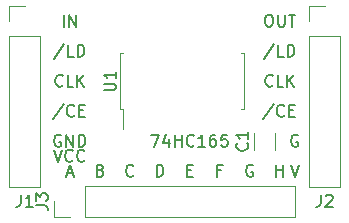
<source format=gbr>
%TF.GenerationSoftware,KiCad,Pcbnew,5.1.7-a382d34a8~87~ubuntu16.04.1*%
%TF.CreationDate,2020-10-06T20:10:27+02:00*%
%TF.ProjectId,ShiftIn-Board,53686966-7449-46e2-9d42-6f6172642e6b,rev?*%
%TF.SameCoordinates,Original*%
%TF.FileFunction,Legend,Top*%
%TF.FilePolarity,Positive*%
%FSLAX46Y46*%
G04 Gerber Fmt 4.6, Leading zero omitted, Abs format (unit mm)*
G04 Created by KiCad (PCBNEW 5.1.7-a382d34a8~87~ubuntu16.04.1) date 2020-10-06 20:10:27*
%MOMM*%
%LPD*%
G01*
G04 APERTURE LIST*
%ADD10C,0.150000*%
%ADD11C,0.120000*%
G04 APERTURE END LIST*
D10*
X141518095Y-66762380D02*
X142184761Y-66762380D01*
X141756190Y-67762380D01*
X142994285Y-67095714D02*
X142994285Y-67762380D01*
X142756190Y-66714761D02*
X142518095Y-67429047D01*
X143137142Y-67429047D01*
X143518095Y-67762380D02*
X143518095Y-66762380D01*
X143518095Y-67238571D02*
X144089523Y-67238571D01*
X144089523Y-67762380D02*
X144089523Y-66762380D01*
X145137142Y-67667142D02*
X145089523Y-67714761D01*
X144946666Y-67762380D01*
X144851428Y-67762380D01*
X144708571Y-67714761D01*
X144613333Y-67619523D01*
X144565714Y-67524285D01*
X144518095Y-67333809D01*
X144518095Y-67190952D01*
X144565714Y-67000476D01*
X144613333Y-66905238D01*
X144708571Y-66810000D01*
X144851428Y-66762380D01*
X144946666Y-66762380D01*
X145089523Y-66810000D01*
X145137142Y-66857619D01*
X146089523Y-67762380D02*
X145518095Y-67762380D01*
X145803809Y-67762380D02*
X145803809Y-66762380D01*
X145708571Y-66905238D01*
X145613333Y-67000476D01*
X145518095Y-67048095D01*
X146946666Y-66762380D02*
X146756190Y-66762380D01*
X146660952Y-66810000D01*
X146613333Y-66857619D01*
X146518095Y-67000476D01*
X146470476Y-67190952D01*
X146470476Y-67571904D01*
X146518095Y-67667142D01*
X146565714Y-67714761D01*
X146660952Y-67762380D01*
X146851428Y-67762380D01*
X146946666Y-67714761D01*
X146994285Y-67667142D01*
X147041904Y-67571904D01*
X147041904Y-67333809D01*
X146994285Y-67238571D01*
X146946666Y-67190952D01*
X146851428Y-67143333D01*
X146660952Y-67143333D01*
X146565714Y-67190952D01*
X146518095Y-67238571D01*
X146470476Y-67333809D01*
X147946666Y-66762380D02*
X147470476Y-66762380D01*
X147422857Y-67238571D01*
X147470476Y-67190952D01*
X147565714Y-67143333D01*
X147803809Y-67143333D01*
X147899047Y-67190952D01*
X147946666Y-67238571D01*
X147994285Y-67333809D01*
X147994285Y-67571904D01*
X147946666Y-67667142D01*
X147899047Y-67714761D01*
X147803809Y-67762380D01*
X147565714Y-67762380D01*
X147470476Y-67714761D01*
X147422857Y-67667142D01*
X152114285Y-70302380D02*
X152114285Y-69302380D01*
X152114285Y-69778571D02*
X152685714Y-69778571D01*
X152685714Y-70302380D02*
X152685714Y-69302380D01*
X150121904Y-69350000D02*
X150026666Y-69302380D01*
X149883809Y-69302380D01*
X149740952Y-69350000D01*
X149645714Y-69445238D01*
X149598095Y-69540476D01*
X149550476Y-69730952D01*
X149550476Y-69873809D01*
X149598095Y-70064285D01*
X149645714Y-70159523D01*
X149740952Y-70254761D01*
X149883809Y-70302380D01*
X149979047Y-70302380D01*
X150121904Y-70254761D01*
X150169523Y-70207142D01*
X150169523Y-69873809D01*
X149979047Y-69873809D01*
X147462857Y-69778571D02*
X147129523Y-69778571D01*
X147129523Y-70302380D02*
X147129523Y-69302380D01*
X147605714Y-69302380D01*
X144565714Y-69778571D02*
X144899047Y-69778571D01*
X145041904Y-70302380D02*
X144565714Y-70302380D01*
X144565714Y-69302380D01*
X145041904Y-69302380D01*
X141978095Y-70302380D02*
X141978095Y-69302380D01*
X142216190Y-69302380D01*
X142359047Y-69350000D01*
X142454285Y-69445238D01*
X142501904Y-69540476D01*
X142549523Y-69730952D01*
X142549523Y-69873809D01*
X142501904Y-70064285D01*
X142454285Y-70159523D01*
X142359047Y-70254761D01*
X142216190Y-70302380D01*
X141978095Y-70302380D01*
X140009523Y-70207142D02*
X139961904Y-70254761D01*
X139819047Y-70302380D01*
X139723809Y-70302380D01*
X139580952Y-70254761D01*
X139485714Y-70159523D01*
X139438095Y-70064285D01*
X139390476Y-69873809D01*
X139390476Y-69730952D01*
X139438095Y-69540476D01*
X139485714Y-69445238D01*
X139580952Y-69350000D01*
X139723809Y-69302380D01*
X139819047Y-69302380D01*
X139961904Y-69350000D01*
X140009523Y-69397619D01*
X137231428Y-69778571D02*
X137374285Y-69826190D01*
X137421904Y-69873809D01*
X137469523Y-69969047D01*
X137469523Y-70111904D01*
X137421904Y-70207142D01*
X137374285Y-70254761D01*
X137279047Y-70302380D01*
X136898095Y-70302380D01*
X136898095Y-69302380D01*
X137231428Y-69302380D01*
X137326666Y-69350000D01*
X137374285Y-69397619D01*
X137421904Y-69492857D01*
X137421904Y-69588095D01*
X137374285Y-69683333D01*
X137326666Y-69730952D01*
X137231428Y-69778571D01*
X136898095Y-69778571D01*
X134381904Y-70016666D02*
X134858095Y-70016666D01*
X134286666Y-70302380D02*
X134620000Y-69302380D01*
X134953333Y-70302380D01*
X151400000Y-56602380D02*
X151590476Y-56602380D01*
X151685714Y-56650000D01*
X151780952Y-56745238D01*
X151828571Y-56935714D01*
X151828571Y-57269047D01*
X151780952Y-57459523D01*
X151685714Y-57554761D01*
X151590476Y-57602380D01*
X151400000Y-57602380D01*
X151304761Y-57554761D01*
X151209523Y-57459523D01*
X151161904Y-57269047D01*
X151161904Y-56935714D01*
X151209523Y-56745238D01*
X151304761Y-56650000D01*
X151400000Y-56602380D01*
X152257142Y-56602380D02*
X152257142Y-57411904D01*
X152304761Y-57507142D01*
X152352380Y-57554761D01*
X152447619Y-57602380D01*
X152638095Y-57602380D01*
X152733333Y-57554761D01*
X152780952Y-57507142D01*
X152828571Y-57411904D01*
X152828571Y-56602380D01*
X153161904Y-56602380D02*
X153733333Y-56602380D01*
X153447619Y-57602380D02*
X153447619Y-56602380D01*
X151923809Y-59094761D02*
X151066666Y-60380476D01*
X152733333Y-60142380D02*
X152257142Y-60142380D01*
X152257142Y-59142380D01*
X153066666Y-60142380D02*
X153066666Y-59142380D01*
X153304761Y-59142380D01*
X153447619Y-59190000D01*
X153542857Y-59285238D01*
X153590476Y-59380476D01*
X153638095Y-59570952D01*
X153638095Y-59713809D01*
X153590476Y-59904285D01*
X153542857Y-59999523D01*
X153447619Y-60094761D01*
X153304761Y-60142380D01*
X153066666Y-60142380D01*
X151804761Y-62587142D02*
X151757142Y-62634761D01*
X151614285Y-62682380D01*
X151519047Y-62682380D01*
X151376190Y-62634761D01*
X151280952Y-62539523D01*
X151233333Y-62444285D01*
X151185714Y-62253809D01*
X151185714Y-62110952D01*
X151233333Y-61920476D01*
X151280952Y-61825238D01*
X151376190Y-61730000D01*
X151519047Y-61682380D01*
X151614285Y-61682380D01*
X151757142Y-61730000D01*
X151804761Y-61777619D01*
X152709523Y-62682380D02*
X152233333Y-62682380D01*
X152233333Y-61682380D01*
X153042857Y-62682380D02*
X153042857Y-61682380D01*
X153614285Y-62682380D02*
X153185714Y-62110952D01*
X153614285Y-61682380D02*
X153042857Y-62253809D01*
X151876190Y-64174761D02*
X151019047Y-65460476D01*
X152780952Y-65127142D02*
X152733333Y-65174761D01*
X152590476Y-65222380D01*
X152495238Y-65222380D01*
X152352380Y-65174761D01*
X152257142Y-65079523D01*
X152209523Y-64984285D01*
X152161904Y-64793809D01*
X152161904Y-64650952D01*
X152209523Y-64460476D01*
X152257142Y-64365238D01*
X152352380Y-64270000D01*
X152495238Y-64222380D01*
X152590476Y-64222380D01*
X152733333Y-64270000D01*
X152780952Y-64317619D01*
X153209523Y-64698571D02*
X153542857Y-64698571D01*
X153685714Y-65222380D02*
X153209523Y-65222380D01*
X153209523Y-64222380D01*
X153685714Y-64222380D01*
X153931904Y-66810000D02*
X153836666Y-66762380D01*
X153693809Y-66762380D01*
X153550952Y-66810000D01*
X153455714Y-66905238D01*
X153408095Y-67000476D01*
X153360476Y-67190952D01*
X153360476Y-67333809D01*
X153408095Y-67524285D01*
X153455714Y-67619523D01*
X153550952Y-67714761D01*
X153693809Y-67762380D01*
X153789047Y-67762380D01*
X153931904Y-67714761D01*
X153979523Y-67667142D01*
X153979523Y-67333809D01*
X153789047Y-67333809D01*
X153336666Y-69302380D02*
X153670000Y-70302380D01*
X154003333Y-69302380D01*
X133286666Y-68032380D02*
X133620000Y-69032380D01*
X133953333Y-68032380D01*
X134858095Y-68937142D02*
X134810476Y-68984761D01*
X134667619Y-69032380D01*
X134572380Y-69032380D01*
X134429523Y-68984761D01*
X134334285Y-68889523D01*
X134286666Y-68794285D01*
X134239047Y-68603809D01*
X134239047Y-68460952D01*
X134286666Y-68270476D01*
X134334285Y-68175238D01*
X134429523Y-68080000D01*
X134572380Y-68032380D01*
X134667619Y-68032380D01*
X134810476Y-68080000D01*
X134858095Y-68127619D01*
X135858095Y-68937142D02*
X135810476Y-68984761D01*
X135667619Y-69032380D01*
X135572380Y-69032380D01*
X135429523Y-68984761D01*
X135334285Y-68889523D01*
X135286666Y-68794285D01*
X135239047Y-68603809D01*
X135239047Y-68460952D01*
X135286666Y-68270476D01*
X135334285Y-68175238D01*
X135429523Y-68080000D01*
X135572380Y-68032380D01*
X135667619Y-68032380D01*
X135810476Y-68080000D01*
X135858095Y-68127619D01*
X133858095Y-66810000D02*
X133762857Y-66762380D01*
X133620000Y-66762380D01*
X133477142Y-66810000D01*
X133381904Y-66905238D01*
X133334285Y-67000476D01*
X133286666Y-67190952D01*
X133286666Y-67333809D01*
X133334285Y-67524285D01*
X133381904Y-67619523D01*
X133477142Y-67714761D01*
X133620000Y-67762380D01*
X133715238Y-67762380D01*
X133858095Y-67714761D01*
X133905714Y-67667142D01*
X133905714Y-67333809D01*
X133715238Y-67333809D01*
X134334285Y-67762380D02*
X134334285Y-66762380D01*
X134905714Y-67762380D01*
X134905714Y-66762380D01*
X135381904Y-67762380D02*
X135381904Y-66762380D01*
X135620000Y-66762380D01*
X135762857Y-66810000D01*
X135858095Y-66905238D01*
X135905714Y-67000476D01*
X135953333Y-67190952D01*
X135953333Y-67333809D01*
X135905714Y-67524285D01*
X135858095Y-67619523D01*
X135762857Y-67714761D01*
X135620000Y-67762380D01*
X135381904Y-67762380D01*
X134096190Y-64174761D02*
X133239047Y-65460476D01*
X135000952Y-65127142D02*
X134953333Y-65174761D01*
X134810476Y-65222380D01*
X134715238Y-65222380D01*
X134572380Y-65174761D01*
X134477142Y-65079523D01*
X134429523Y-64984285D01*
X134381904Y-64793809D01*
X134381904Y-64650952D01*
X134429523Y-64460476D01*
X134477142Y-64365238D01*
X134572380Y-64270000D01*
X134715238Y-64222380D01*
X134810476Y-64222380D01*
X134953333Y-64270000D01*
X135000952Y-64317619D01*
X135429523Y-64698571D02*
X135762857Y-64698571D01*
X135905714Y-65222380D02*
X135429523Y-65222380D01*
X135429523Y-64222380D01*
X135905714Y-64222380D01*
X134024761Y-62587142D02*
X133977142Y-62634761D01*
X133834285Y-62682380D01*
X133739047Y-62682380D01*
X133596190Y-62634761D01*
X133500952Y-62539523D01*
X133453333Y-62444285D01*
X133405714Y-62253809D01*
X133405714Y-62110952D01*
X133453333Y-61920476D01*
X133500952Y-61825238D01*
X133596190Y-61730000D01*
X133739047Y-61682380D01*
X133834285Y-61682380D01*
X133977142Y-61730000D01*
X134024761Y-61777619D01*
X134929523Y-62682380D02*
X134453333Y-62682380D01*
X134453333Y-61682380D01*
X135262857Y-62682380D02*
X135262857Y-61682380D01*
X135834285Y-62682380D02*
X135405714Y-62110952D01*
X135834285Y-61682380D02*
X135262857Y-62253809D01*
X134143809Y-59094761D02*
X133286666Y-60380476D01*
X134953333Y-60142380D02*
X134477142Y-60142380D01*
X134477142Y-59142380D01*
X135286666Y-60142380D02*
X135286666Y-59142380D01*
X135524761Y-59142380D01*
X135667619Y-59190000D01*
X135762857Y-59285238D01*
X135810476Y-59380476D01*
X135858095Y-59570952D01*
X135858095Y-59713809D01*
X135810476Y-59904285D01*
X135762857Y-59999523D01*
X135667619Y-60094761D01*
X135524761Y-60142380D01*
X135286666Y-60142380D01*
X134096190Y-57602380D02*
X134096190Y-56602380D01*
X134572380Y-57602380D02*
X134572380Y-56602380D01*
X135143809Y-57602380D01*
X135143809Y-56602380D01*
D11*
%TO.C,U1*%
X139165000Y-64615000D02*
X139165000Y-66280000D01*
X138885000Y-64615000D02*
X139165000Y-64615000D01*
X138885000Y-62230000D02*
X138885000Y-64615000D01*
X138885000Y-59845000D02*
X139165000Y-59845000D01*
X138885000Y-62230000D02*
X138885000Y-59845000D01*
X149405000Y-64615000D02*
X149125000Y-64615000D01*
X149405000Y-62230000D02*
X149405000Y-64615000D01*
X149405000Y-59845000D02*
X149125000Y-59845000D01*
X149405000Y-62230000D02*
X149405000Y-59845000D01*
%TO.C,J3*%
X133290000Y-73720000D02*
X133290000Y-72390000D01*
X134620000Y-73720000D02*
X133290000Y-73720000D01*
X135890000Y-73720000D02*
X135890000Y-71060000D01*
X135890000Y-71060000D02*
X153730000Y-71060000D01*
X135890000Y-73720000D02*
X153730000Y-73720000D01*
X153730000Y-73720000D02*
X153730000Y-71060000D01*
%TO.C,J2*%
X154880000Y-55820000D02*
X156210000Y-55820000D01*
X154880000Y-57150000D02*
X154880000Y-55820000D01*
X154880000Y-58420000D02*
X157540000Y-58420000D01*
X157540000Y-58420000D02*
X157540000Y-71180000D01*
X154880000Y-58420000D02*
X154880000Y-71180000D01*
X154880000Y-71180000D02*
X157540000Y-71180000D01*
%TO.C,J1*%
X129480000Y-55820000D02*
X130810000Y-55820000D01*
X129480000Y-57150000D02*
X129480000Y-55820000D01*
X129480000Y-58420000D02*
X132140000Y-58420000D01*
X132140000Y-58420000D02*
X132140000Y-71180000D01*
X129480000Y-58420000D02*
X129480000Y-71180000D01*
X129480000Y-71180000D02*
X132140000Y-71180000D01*
%TO.C,C1*%
X152040000Y-68021252D02*
X152040000Y-66598748D01*
X150220000Y-68021252D02*
X150220000Y-66598748D01*
%TO.C,U1*%
D10*
X137497380Y-62991904D02*
X138306904Y-62991904D01*
X138402142Y-62944285D01*
X138449761Y-62896666D01*
X138497380Y-62801428D01*
X138497380Y-62610952D01*
X138449761Y-62515714D01*
X138402142Y-62468095D01*
X138306904Y-62420476D01*
X137497380Y-62420476D01*
X138497380Y-61420476D02*
X138497380Y-61991904D01*
X138497380Y-61706190D02*
X137497380Y-61706190D01*
X137640238Y-61801428D01*
X137735476Y-61896666D01*
X137783095Y-61991904D01*
%TO.C,J3*%
X131742380Y-72723333D02*
X132456666Y-72723333D01*
X132599523Y-72770952D01*
X132694761Y-72866190D01*
X132742380Y-73009047D01*
X132742380Y-73104285D01*
X131742380Y-72342380D02*
X131742380Y-71723333D01*
X132123333Y-72056666D01*
X132123333Y-71913809D01*
X132170952Y-71818571D01*
X132218571Y-71770952D01*
X132313809Y-71723333D01*
X132551904Y-71723333D01*
X132647142Y-71770952D01*
X132694761Y-71818571D01*
X132742380Y-71913809D01*
X132742380Y-72199523D01*
X132694761Y-72294761D01*
X132647142Y-72342380D01*
%TO.C,J2*%
X155876666Y-71842380D02*
X155876666Y-72556666D01*
X155829047Y-72699523D01*
X155733809Y-72794761D01*
X155590952Y-72842380D01*
X155495714Y-72842380D01*
X156305238Y-71937619D02*
X156352857Y-71890000D01*
X156448095Y-71842380D01*
X156686190Y-71842380D01*
X156781428Y-71890000D01*
X156829047Y-71937619D01*
X156876666Y-72032857D01*
X156876666Y-72128095D01*
X156829047Y-72270952D01*
X156257619Y-72842380D01*
X156876666Y-72842380D01*
%TO.C,J1*%
X130476666Y-71842380D02*
X130476666Y-72556666D01*
X130429047Y-72699523D01*
X130333809Y-72794761D01*
X130190952Y-72842380D01*
X130095714Y-72842380D01*
X131476666Y-72842380D02*
X130905238Y-72842380D01*
X131190952Y-72842380D02*
X131190952Y-71842380D01*
X131095714Y-71985238D01*
X131000476Y-72080476D01*
X130905238Y-72128095D01*
%TO.C,C1*%
X149637142Y-67476666D02*
X149684761Y-67524285D01*
X149732380Y-67667142D01*
X149732380Y-67762380D01*
X149684761Y-67905238D01*
X149589523Y-68000476D01*
X149494285Y-68048095D01*
X149303809Y-68095714D01*
X149160952Y-68095714D01*
X148970476Y-68048095D01*
X148875238Y-68000476D01*
X148780000Y-67905238D01*
X148732380Y-67762380D01*
X148732380Y-67667142D01*
X148780000Y-67524285D01*
X148827619Y-67476666D01*
X149732380Y-66524285D02*
X149732380Y-67095714D01*
X149732380Y-66810000D02*
X148732380Y-66810000D01*
X148875238Y-66905238D01*
X148970476Y-67000476D01*
X149018095Y-67095714D01*
%TD*%
M02*

</source>
